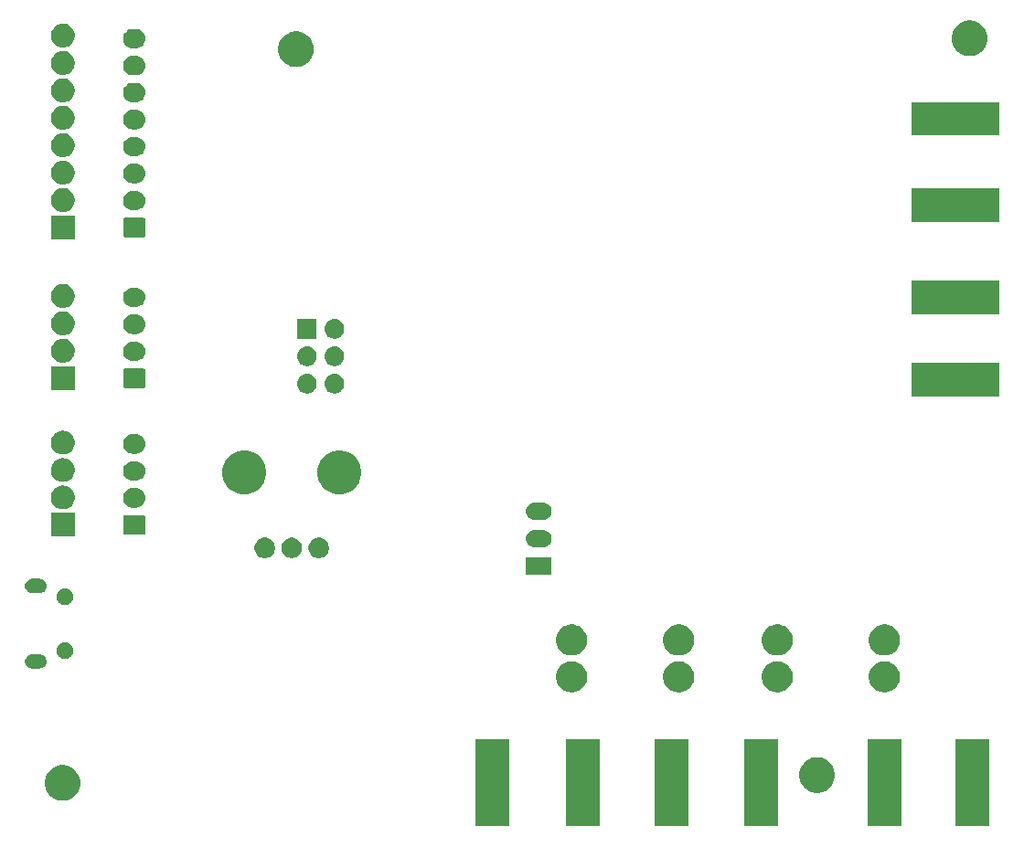
<source format=gbr>
G04 #@! TF.GenerationSoftware,KiCad,Pcbnew,(5.1.0)-1*
G04 #@! TF.CreationDate,2019-05-11T01:28:06-04:00*
G04 #@! TF.ProjectId,Bumblebee-dual-motor-driver,42756d62-6c65-4626-9565-2d6475616c2d,rev?*
G04 #@! TF.SameCoordinates,Original*
G04 #@! TF.FileFunction,Soldermask,Bot*
G04 #@! TF.FilePolarity,Negative*
%FSLAX46Y46*%
G04 Gerber Fmt 4.6, Leading zero omitted, Abs format (unit mm)*
G04 Created by KiCad (PCBNEW (5.1.0)-1) date 2019-05-11 01:28:06*
%MOMM*%
%LPD*%
G04 APERTURE LIST*
%ADD10C,0.100000*%
G04 APERTURE END LIST*
D10*
G36*
X169064000Y-153911000D02*
G01*
X165962000Y-153911000D01*
X165962000Y-145809000D01*
X169064000Y-145809000D01*
X169064000Y-153911000D01*
X169064000Y-153911000D01*
G37*
G36*
X141251000Y-153911000D02*
G01*
X138149000Y-153911000D01*
X138149000Y-145809000D01*
X141251000Y-145809000D01*
X141251000Y-153911000D01*
X141251000Y-153911000D01*
G37*
G36*
X149506000Y-153911000D02*
G01*
X146404000Y-153911000D01*
X146404000Y-145809000D01*
X149506000Y-145809000D01*
X149506000Y-153911000D01*
X149506000Y-153911000D01*
G37*
G36*
X124614000Y-153911000D02*
G01*
X121512000Y-153911000D01*
X121512000Y-145809000D01*
X124614000Y-145809000D01*
X124614000Y-153911000D01*
X124614000Y-153911000D01*
G37*
G36*
X160936000Y-153911000D02*
G01*
X157834000Y-153911000D01*
X157834000Y-145809000D01*
X160936000Y-145809000D01*
X160936000Y-153911000D01*
X160936000Y-153911000D01*
G37*
G36*
X132996000Y-153911000D02*
G01*
X129894000Y-153911000D01*
X129894000Y-145809000D01*
X132996000Y-145809000D01*
X132996000Y-153911000D01*
X132996000Y-153911000D01*
G37*
G36*
X83650256Y-148290298D02*
G01*
X83756579Y-148311447D01*
X84057042Y-148435903D01*
X84327451Y-148616585D01*
X84557415Y-148846549D01*
X84738097Y-149116958D01*
X84862553Y-149417421D01*
X84926000Y-149736391D01*
X84926000Y-150061609D01*
X84862553Y-150380579D01*
X84738097Y-150681042D01*
X84557415Y-150951451D01*
X84327451Y-151181415D01*
X84057042Y-151362097D01*
X83756579Y-151486553D01*
X83650256Y-151507702D01*
X83437611Y-151550000D01*
X83112389Y-151550000D01*
X82899744Y-151507702D01*
X82793421Y-151486553D01*
X82492958Y-151362097D01*
X82222549Y-151181415D01*
X81992585Y-150951451D01*
X81811903Y-150681042D01*
X81687447Y-150380579D01*
X81624000Y-150061609D01*
X81624000Y-149736391D01*
X81687447Y-149417421D01*
X81811903Y-149116958D01*
X81992585Y-148846549D01*
X82222549Y-148616585D01*
X82492958Y-148435903D01*
X82793421Y-148311447D01*
X82899744Y-148290298D01*
X83112389Y-148248000D01*
X83437611Y-148248000D01*
X83650256Y-148290298D01*
X83650256Y-148290298D01*
G37*
G36*
X153537256Y-147552798D02*
G01*
X153643579Y-147573947D01*
X153944042Y-147698403D01*
X154214451Y-147879085D01*
X154444415Y-148109049D01*
X154625097Y-148379458D01*
X154749553Y-148679921D01*
X154813000Y-148998891D01*
X154813000Y-149324109D01*
X154749553Y-149643079D01*
X154625097Y-149943542D01*
X154444415Y-150213951D01*
X154214451Y-150443915D01*
X153944042Y-150624597D01*
X153643579Y-150749053D01*
X153537256Y-150770202D01*
X153324611Y-150812500D01*
X152999389Y-150812500D01*
X152786744Y-150770202D01*
X152680421Y-150749053D01*
X152379958Y-150624597D01*
X152109549Y-150443915D01*
X151879585Y-150213951D01*
X151698903Y-149943542D01*
X151574447Y-149643079D01*
X151511000Y-149324109D01*
X151511000Y-148998891D01*
X151574447Y-148679921D01*
X151698903Y-148379458D01*
X151879585Y-148109049D01*
X152109549Y-147879085D01*
X152379958Y-147698403D01*
X152680421Y-147573947D01*
X152786744Y-147552798D01*
X152999389Y-147510500D01*
X153324611Y-147510500D01*
X153537256Y-147552798D01*
X153537256Y-147552798D01*
G37*
G36*
X149760125Y-138638688D02*
G01*
X149899324Y-138666377D01*
X150007949Y-138711371D01*
X150161568Y-138775002D01*
X150397583Y-138932702D01*
X150598298Y-139133417D01*
X150755998Y-139369432D01*
X150864623Y-139631677D01*
X150920000Y-139910073D01*
X150920000Y-140193927D01*
X150864623Y-140472323D01*
X150755998Y-140734568D01*
X150598298Y-140970583D01*
X150397583Y-141171298D01*
X150161568Y-141328998D01*
X150007949Y-141392629D01*
X149899324Y-141437623D01*
X149760125Y-141465311D01*
X149620927Y-141493000D01*
X149337073Y-141493000D01*
X149197875Y-141465311D01*
X149058676Y-141437623D01*
X148950051Y-141392629D01*
X148796432Y-141328998D01*
X148560417Y-141171298D01*
X148359702Y-140970583D01*
X148202002Y-140734568D01*
X148093377Y-140472323D01*
X148038000Y-140193927D01*
X148038000Y-139910073D01*
X148093377Y-139631677D01*
X148202002Y-139369432D01*
X148359702Y-139133417D01*
X148560417Y-138932702D01*
X148796432Y-138775002D01*
X148950051Y-138711371D01*
X149058676Y-138666377D01*
X149197875Y-138638688D01*
X149337073Y-138611000D01*
X149620927Y-138611000D01*
X149760125Y-138638688D01*
X149760125Y-138638688D01*
G37*
G36*
X140630125Y-138638688D02*
G01*
X140769324Y-138666377D01*
X140877949Y-138711371D01*
X141031568Y-138775002D01*
X141267583Y-138932702D01*
X141468298Y-139133417D01*
X141625998Y-139369432D01*
X141734623Y-139631677D01*
X141790000Y-139910073D01*
X141790000Y-140193927D01*
X141734623Y-140472323D01*
X141625998Y-140734568D01*
X141468298Y-140970583D01*
X141267583Y-141171298D01*
X141031568Y-141328998D01*
X140877949Y-141392629D01*
X140769324Y-141437623D01*
X140630125Y-141465311D01*
X140490927Y-141493000D01*
X140207073Y-141493000D01*
X140067875Y-141465311D01*
X139928676Y-141437623D01*
X139820051Y-141392629D01*
X139666432Y-141328998D01*
X139430417Y-141171298D01*
X139229702Y-140970583D01*
X139072002Y-140734568D01*
X138963377Y-140472323D01*
X138908000Y-140193927D01*
X138908000Y-139910073D01*
X138963377Y-139631677D01*
X139072002Y-139369432D01*
X139229702Y-139133417D01*
X139430417Y-138932702D01*
X139666432Y-138775002D01*
X139820051Y-138711371D01*
X139928676Y-138666377D01*
X140067875Y-138638688D01*
X140207073Y-138611000D01*
X140490927Y-138611000D01*
X140630125Y-138638688D01*
X140630125Y-138638688D01*
G37*
G36*
X159680125Y-138638688D02*
G01*
X159819324Y-138666377D01*
X159927949Y-138711371D01*
X160081568Y-138775002D01*
X160317583Y-138932702D01*
X160518298Y-139133417D01*
X160675998Y-139369432D01*
X160784623Y-139631677D01*
X160840000Y-139910073D01*
X160840000Y-140193927D01*
X160784623Y-140472323D01*
X160675998Y-140734568D01*
X160518298Y-140970583D01*
X160317583Y-141171298D01*
X160081568Y-141328998D01*
X159927949Y-141392629D01*
X159819324Y-141437623D01*
X159680125Y-141465311D01*
X159540927Y-141493000D01*
X159257073Y-141493000D01*
X159117875Y-141465311D01*
X158978676Y-141437623D01*
X158870051Y-141392629D01*
X158716432Y-141328998D01*
X158480417Y-141171298D01*
X158279702Y-140970583D01*
X158122002Y-140734568D01*
X158013377Y-140472323D01*
X157958000Y-140193927D01*
X157958000Y-139910073D01*
X158013377Y-139631677D01*
X158122002Y-139369432D01*
X158279702Y-139133417D01*
X158480417Y-138932702D01*
X158716432Y-138775002D01*
X158870051Y-138711371D01*
X158978676Y-138666377D01*
X159117875Y-138638688D01*
X159257073Y-138611000D01*
X159540927Y-138611000D01*
X159680125Y-138638688D01*
X159680125Y-138638688D01*
G37*
G36*
X130710125Y-138638688D02*
G01*
X130849324Y-138666377D01*
X130957949Y-138711371D01*
X131111568Y-138775002D01*
X131347583Y-138932702D01*
X131548298Y-139133417D01*
X131705998Y-139369432D01*
X131814623Y-139631677D01*
X131870000Y-139910073D01*
X131870000Y-140193927D01*
X131814623Y-140472323D01*
X131705998Y-140734568D01*
X131548298Y-140970583D01*
X131347583Y-141171298D01*
X131111568Y-141328998D01*
X130957949Y-141392629D01*
X130849324Y-141437623D01*
X130710125Y-141465311D01*
X130570927Y-141493000D01*
X130287073Y-141493000D01*
X130147875Y-141465311D01*
X130008676Y-141437623D01*
X129900051Y-141392629D01*
X129746432Y-141328998D01*
X129510417Y-141171298D01*
X129309702Y-140970583D01*
X129152002Y-140734568D01*
X129043377Y-140472323D01*
X128988000Y-140193927D01*
X128988000Y-139910073D01*
X129043377Y-139631677D01*
X129152002Y-139369432D01*
X129309702Y-139133417D01*
X129510417Y-138932702D01*
X129746432Y-138775002D01*
X129900051Y-138711371D01*
X130008676Y-138666377D01*
X130147875Y-138638688D01*
X130287073Y-138611000D01*
X130570927Y-138611000D01*
X130710125Y-138638688D01*
X130710125Y-138638688D01*
G37*
G36*
X81218355Y-137980140D02*
G01*
X81282118Y-137986420D01*
X81372904Y-138013960D01*
X81404836Y-138023646D01*
X81517925Y-138084094D01*
X81617054Y-138165446D01*
X81698406Y-138264575D01*
X81758854Y-138377664D01*
X81758855Y-138377668D01*
X81796080Y-138500382D01*
X81808649Y-138628000D01*
X81796080Y-138755618D01*
X81768540Y-138846404D01*
X81758854Y-138878336D01*
X81698406Y-138991425D01*
X81617054Y-139090554D01*
X81517925Y-139171906D01*
X81404836Y-139232354D01*
X81372904Y-139242040D01*
X81282118Y-139269580D01*
X81218355Y-139275860D01*
X81186474Y-139279000D01*
X80422526Y-139279000D01*
X80390645Y-139275860D01*
X80326882Y-139269580D01*
X80236096Y-139242040D01*
X80204164Y-139232354D01*
X80091075Y-139171906D01*
X79991946Y-139090554D01*
X79910594Y-138991425D01*
X79850146Y-138878336D01*
X79840460Y-138846404D01*
X79812920Y-138755618D01*
X79800351Y-138628000D01*
X79812920Y-138500382D01*
X79850145Y-138377668D01*
X79850146Y-138377664D01*
X79910594Y-138264575D01*
X79991946Y-138165446D01*
X80091075Y-138084094D01*
X80204164Y-138023646D01*
X80236096Y-138013960D01*
X80326882Y-137986420D01*
X80390645Y-137980140D01*
X80422526Y-137977000D01*
X81186474Y-137977000D01*
X81218355Y-137980140D01*
X81218355Y-137980140D01*
G37*
G36*
X83730848Y-136881820D02*
G01*
X83730850Y-136881821D01*
X83730851Y-136881821D01*
X83872074Y-136940317D01*
X83872077Y-136940319D01*
X83999169Y-137025239D01*
X84107261Y-137133331D01*
X84192181Y-137260423D01*
X84192183Y-137260426D01*
X84250679Y-137401649D01*
X84250680Y-137401652D01*
X84280500Y-137551569D01*
X84280500Y-137704431D01*
X84267200Y-137771297D01*
X84250679Y-137854351D01*
X84192183Y-137995574D01*
X84192181Y-137995577D01*
X84107261Y-138122669D01*
X83999169Y-138230761D01*
X83872077Y-138315681D01*
X83872074Y-138315683D01*
X83730851Y-138374179D01*
X83730850Y-138374179D01*
X83730848Y-138374180D01*
X83580931Y-138404000D01*
X83428069Y-138404000D01*
X83278152Y-138374180D01*
X83278150Y-138374179D01*
X83278149Y-138374179D01*
X83136926Y-138315683D01*
X83136923Y-138315681D01*
X83009831Y-138230761D01*
X82901739Y-138122669D01*
X82816819Y-137995577D01*
X82816817Y-137995574D01*
X82758321Y-137854351D01*
X82741801Y-137771297D01*
X82728500Y-137704431D01*
X82728500Y-137551569D01*
X82758320Y-137401652D01*
X82758321Y-137401649D01*
X82816817Y-137260426D01*
X82816819Y-137260423D01*
X82901739Y-137133331D01*
X83009831Y-137025239D01*
X83136923Y-136940319D01*
X83136926Y-136940317D01*
X83278149Y-136881821D01*
X83278150Y-136881821D01*
X83278152Y-136881820D01*
X83428069Y-136852000D01*
X83580931Y-136852000D01*
X83730848Y-136881820D01*
X83730848Y-136881820D01*
G37*
G36*
X140630125Y-135238689D02*
G01*
X140769324Y-135266377D01*
X140877949Y-135311371D01*
X141031568Y-135375002D01*
X141267583Y-135532702D01*
X141468298Y-135733417D01*
X141625998Y-135969432D01*
X141734623Y-136231677D01*
X141790000Y-136510073D01*
X141790000Y-136793927D01*
X141734623Y-137072323D01*
X141625998Y-137334568D01*
X141468298Y-137570583D01*
X141267583Y-137771298D01*
X141031568Y-137928998D01*
X140915680Y-137977000D01*
X140769324Y-138037623D01*
X140630125Y-138065312D01*
X140490927Y-138093000D01*
X140207073Y-138093000D01*
X140067875Y-138065312D01*
X139928676Y-138037623D01*
X139782320Y-137977000D01*
X139666432Y-137928998D01*
X139430417Y-137771298D01*
X139229702Y-137570583D01*
X139072002Y-137334568D01*
X138963377Y-137072323D01*
X138908000Y-136793927D01*
X138908000Y-136510073D01*
X138963377Y-136231677D01*
X139072002Y-135969432D01*
X139229702Y-135733417D01*
X139430417Y-135532702D01*
X139666432Y-135375002D01*
X139820051Y-135311371D01*
X139928676Y-135266377D01*
X140067875Y-135238689D01*
X140207073Y-135211000D01*
X140490927Y-135211000D01*
X140630125Y-135238689D01*
X140630125Y-135238689D01*
G37*
G36*
X159680125Y-135238689D02*
G01*
X159819324Y-135266377D01*
X159927949Y-135311371D01*
X160081568Y-135375002D01*
X160317583Y-135532702D01*
X160518298Y-135733417D01*
X160675998Y-135969432D01*
X160784623Y-136231677D01*
X160840000Y-136510073D01*
X160840000Y-136793927D01*
X160784623Y-137072323D01*
X160675998Y-137334568D01*
X160518298Y-137570583D01*
X160317583Y-137771298D01*
X160081568Y-137928998D01*
X159965680Y-137977000D01*
X159819324Y-138037623D01*
X159680125Y-138065312D01*
X159540927Y-138093000D01*
X159257073Y-138093000D01*
X159117875Y-138065312D01*
X158978676Y-138037623D01*
X158832320Y-137977000D01*
X158716432Y-137928998D01*
X158480417Y-137771298D01*
X158279702Y-137570583D01*
X158122002Y-137334568D01*
X158013377Y-137072323D01*
X157958000Y-136793927D01*
X157958000Y-136510073D01*
X158013377Y-136231677D01*
X158122002Y-135969432D01*
X158279702Y-135733417D01*
X158480417Y-135532702D01*
X158716432Y-135375002D01*
X158870051Y-135311371D01*
X158978676Y-135266377D01*
X159117875Y-135238689D01*
X159257073Y-135211000D01*
X159540927Y-135211000D01*
X159680125Y-135238689D01*
X159680125Y-135238689D01*
G37*
G36*
X149760125Y-135238689D02*
G01*
X149899324Y-135266377D01*
X150007949Y-135311371D01*
X150161568Y-135375002D01*
X150397583Y-135532702D01*
X150598298Y-135733417D01*
X150755998Y-135969432D01*
X150864623Y-136231677D01*
X150920000Y-136510073D01*
X150920000Y-136793927D01*
X150864623Y-137072323D01*
X150755998Y-137334568D01*
X150598298Y-137570583D01*
X150397583Y-137771298D01*
X150161568Y-137928998D01*
X150045680Y-137977000D01*
X149899324Y-138037623D01*
X149760125Y-138065312D01*
X149620927Y-138093000D01*
X149337073Y-138093000D01*
X149197875Y-138065312D01*
X149058676Y-138037623D01*
X148912320Y-137977000D01*
X148796432Y-137928998D01*
X148560417Y-137771298D01*
X148359702Y-137570583D01*
X148202002Y-137334568D01*
X148093377Y-137072323D01*
X148038000Y-136793927D01*
X148038000Y-136510073D01*
X148093377Y-136231677D01*
X148202002Y-135969432D01*
X148359702Y-135733417D01*
X148560417Y-135532702D01*
X148796432Y-135375002D01*
X148950051Y-135311371D01*
X149058676Y-135266377D01*
X149197875Y-135238689D01*
X149337073Y-135211000D01*
X149620927Y-135211000D01*
X149760125Y-135238689D01*
X149760125Y-135238689D01*
G37*
G36*
X130710125Y-135238689D02*
G01*
X130849324Y-135266377D01*
X130957949Y-135311371D01*
X131111568Y-135375002D01*
X131347583Y-135532702D01*
X131548298Y-135733417D01*
X131705998Y-135969432D01*
X131814623Y-136231677D01*
X131870000Y-136510073D01*
X131870000Y-136793927D01*
X131814623Y-137072323D01*
X131705998Y-137334568D01*
X131548298Y-137570583D01*
X131347583Y-137771298D01*
X131111568Y-137928998D01*
X130995680Y-137977000D01*
X130849324Y-138037623D01*
X130710125Y-138065312D01*
X130570927Y-138093000D01*
X130287073Y-138093000D01*
X130147875Y-138065312D01*
X130008676Y-138037623D01*
X129862320Y-137977000D01*
X129746432Y-137928998D01*
X129510417Y-137771298D01*
X129309702Y-137570583D01*
X129152002Y-137334568D01*
X129043377Y-137072323D01*
X128988000Y-136793927D01*
X128988000Y-136510073D01*
X129043377Y-136231677D01*
X129152002Y-135969432D01*
X129309702Y-135733417D01*
X129510417Y-135532702D01*
X129746432Y-135375002D01*
X129900051Y-135311371D01*
X130008676Y-135266377D01*
X130147875Y-135238689D01*
X130287073Y-135211000D01*
X130570927Y-135211000D01*
X130710125Y-135238689D01*
X130710125Y-135238689D01*
G37*
G36*
X83730848Y-131881820D02*
G01*
X83730850Y-131881821D01*
X83730851Y-131881821D01*
X83872074Y-131940317D01*
X83872077Y-131940319D01*
X83999169Y-132025239D01*
X84107261Y-132133331D01*
X84192181Y-132260423D01*
X84192183Y-132260426D01*
X84250679Y-132401649D01*
X84280500Y-132551571D01*
X84280500Y-132704429D01*
X84250679Y-132854351D01*
X84192183Y-132995574D01*
X84192181Y-132995577D01*
X84107261Y-133122669D01*
X83999169Y-133230761D01*
X83872077Y-133315681D01*
X83872074Y-133315683D01*
X83730851Y-133374179D01*
X83730850Y-133374179D01*
X83730848Y-133374180D01*
X83580931Y-133404000D01*
X83428069Y-133404000D01*
X83278152Y-133374180D01*
X83278150Y-133374179D01*
X83278149Y-133374179D01*
X83136926Y-133315683D01*
X83136923Y-133315681D01*
X83009831Y-133230761D01*
X82901739Y-133122669D01*
X82816819Y-132995577D01*
X82816817Y-132995574D01*
X82758321Y-132854351D01*
X82728500Y-132704429D01*
X82728500Y-132551571D01*
X82758321Y-132401649D01*
X82816817Y-132260426D01*
X82816819Y-132260423D01*
X82901739Y-132133331D01*
X83009831Y-132025239D01*
X83136923Y-131940319D01*
X83136926Y-131940317D01*
X83278149Y-131881821D01*
X83278150Y-131881821D01*
X83278152Y-131881820D01*
X83428069Y-131852000D01*
X83580931Y-131852000D01*
X83730848Y-131881820D01*
X83730848Y-131881820D01*
G37*
G36*
X81218355Y-130980140D02*
G01*
X81282118Y-130986420D01*
X81372904Y-131013960D01*
X81404836Y-131023646D01*
X81517925Y-131084094D01*
X81617054Y-131165446D01*
X81698406Y-131264575D01*
X81758854Y-131377664D01*
X81758855Y-131377668D01*
X81796080Y-131500382D01*
X81808649Y-131628000D01*
X81796080Y-131755618D01*
X81768540Y-131846404D01*
X81758854Y-131878336D01*
X81698406Y-131991425D01*
X81617054Y-132090554D01*
X81517925Y-132171906D01*
X81404836Y-132232354D01*
X81372904Y-132242040D01*
X81282118Y-132269580D01*
X81218355Y-132275860D01*
X81186474Y-132279000D01*
X80422526Y-132279000D01*
X80390645Y-132275860D01*
X80326882Y-132269580D01*
X80236096Y-132242040D01*
X80204164Y-132232354D01*
X80091075Y-132171906D01*
X79991946Y-132090554D01*
X79910594Y-131991425D01*
X79850146Y-131878336D01*
X79840460Y-131846404D01*
X79812920Y-131755618D01*
X79800351Y-131628000D01*
X79812920Y-131500382D01*
X79850145Y-131377668D01*
X79850146Y-131377664D01*
X79910594Y-131264575D01*
X79991946Y-131165446D01*
X80091075Y-131084094D01*
X80204164Y-131023646D01*
X80236096Y-131013960D01*
X80326882Y-130986420D01*
X80390645Y-130980140D01*
X80422526Y-130977000D01*
X81186474Y-130977000D01*
X81218355Y-130980140D01*
X81218355Y-130980140D01*
G37*
G36*
X128582000Y-130595000D02*
G01*
X126180000Y-130595000D01*
X126180000Y-128993000D01*
X128582000Y-128993000D01*
X128582000Y-130595000D01*
X128582000Y-130595000D01*
G37*
G36*
X107287595Y-127203146D02*
G01*
X107460666Y-127274834D01*
X107460667Y-127274835D01*
X107616427Y-127378910D01*
X107748890Y-127511373D01*
X107748891Y-127511375D01*
X107852966Y-127667134D01*
X107924654Y-127840205D01*
X107961200Y-128023933D01*
X107961200Y-128211267D01*
X107924654Y-128394995D01*
X107852966Y-128568066D01*
X107852965Y-128568067D01*
X107748890Y-128723827D01*
X107616427Y-128856290D01*
X107538018Y-128908681D01*
X107460666Y-128960366D01*
X107287595Y-129032054D01*
X107103867Y-129068600D01*
X106916533Y-129068600D01*
X106732805Y-129032054D01*
X106559734Y-128960366D01*
X106482382Y-128908681D01*
X106403973Y-128856290D01*
X106271510Y-128723827D01*
X106167435Y-128568067D01*
X106167434Y-128568066D01*
X106095746Y-128394995D01*
X106059200Y-128211267D01*
X106059200Y-128023933D01*
X106095746Y-127840205D01*
X106167434Y-127667134D01*
X106271509Y-127511375D01*
X106271510Y-127511373D01*
X106403973Y-127378910D01*
X106559733Y-127274835D01*
X106559734Y-127274834D01*
X106732805Y-127203146D01*
X106916533Y-127166600D01*
X107103867Y-127166600D01*
X107287595Y-127203146D01*
X107287595Y-127203146D01*
G37*
G36*
X104787595Y-127203146D02*
G01*
X104960666Y-127274834D01*
X104960667Y-127274835D01*
X105116427Y-127378910D01*
X105248890Y-127511373D01*
X105248891Y-127511375D01*
X105352966Y-127667134D01*
X105424654Y-127840205D01*
X105461200Y-128023933D01*
X105461200Y-128211267D01*
X105424654Y-128394995D01*
X105352966Y-128568066D01*
X105352965Y-128568067D01*
X105248890Y-128723827D01*
X105116427Y-128856290D01*
X105038018Y-128908681D01*
X104960666Y-128960366D01*
X104787595Y-129032054D01*
X104603867Y-129068600D01*
X104416533Y-129068600D01*
X104232805Y-129032054D01*
X104059734Y-128960366D01*
X103982382Y-128908681D01*
X103903973Y-128856290D01*
X103771510Y-128723827D01*
X103667435Y-128568067D01*
X103667434Y-128568066D01*
X103595746Y-128394995D01*
X103559200Y-128211267D01*
X103559200Y-128023933D01*
X103595746Y-127840205D01*
X103667434Y-127667134D01*
X103771509Y-127511375D01*
X103771510Y-127511373D01*
X103903973Y-127378910D01*
X104059733Y-127274835D01*
X104059734Y-127274834D01*
X104232805Y-127203146D01*
X104416533Y-127166600D01*
X104603867Y-127166600D01*
X104787595Y-127203146D01*
X104787595Y-127203146D01*
G37*
G36*
X102287595Y-127203146D02*
G01*
X102460666Y-127274834D01*
X102460667Y-127274835D01*
X102616427Y-127378910D01*
X102748890Y-127511373D01*
X102748891Y-127511375D01*
X102852966Y-127667134D01*
X102924654Y-127840205D01*
X102961200Y-128023933D01*
X102961200Y-128211267D01*
X102924654Y-128394995D01*
X102852966Y-128568066D01*
X102852965Y-128568067D01*
X102748890Y-128723827D01*
X102616427Y-128856290D01*
X102538018Y-128908681D01*
X102460666Y-128960366D01*
X102287595Y-129032054D01*
X102103867Y-129068600D01*
X101916533Y-129068600D01*
X101732805Y-129032054D01*
X101559734Y-128960366D01*
X101482382Y-128908681D01*
X101403973Y-128856290D01*
X101271510Y-128723827D01*
X101167435Y-128568067D01*
X101167434Y-128568066D01*
X101095746Y-128394995D01*
X101059200Y-128211267D01*
X101059200Y-128023933D01*
X101095746Y-127840205D01*
X101167434Y-127667134D01*
X101271509Y-127511375D01*
X101271510Y-127511373D01*
X101403973Y-127378910D01*
X101559733Y-127274835D01*
X101559734Y-127274834D01*
X101732805Y-127203146D01*
X101916533Y-127166600D01*
X102103867Y-127166600D01*
X102287595Y-127203146D01*
X102287595Y-127203146D01*
G37*
G36*
X127859571Y-126456863D02*
G01*
X127938023Y-126464590D01*
X128038682Y-126495125D01*
X128089013Y-126510392D01*
X128228165Y-126584771D01*
X128350133Y-126684867D01*
X128450229Y-126806835D01*
X128524608Y-126945987D01*
X128524608Y-126945988D01*
X128570410Y-127096977D01*
X128585875Y-127254000D01*
X128570410Y-127411023D01*
X128539969Y-127511373D01*
X128524608Y-127562013D01*
X128450229Y-127701165D01*
X128350133Y-127823133D01*
X128228165Y-127923229D01*
X128089013Y-127997608D01*
X128038682Y-128012875D01*
X127938023Y-128043410D01*
X127859571Y-128051137D01*
X127820346Y-128055000D01*
X126941654Y-128055000D01*
X126902429Y-128051137D01*
X126823977Y-128043410D01*
X126723318Y-128012875D01*
X126672987Y-127997608D01*
X126533835Y-127923229D01*
X126411867Y-127823133D01*
X126311771Y-127701165D01*
X126237392Y-127562013D01*
X126222031Y-127511373D01*
X126191590Y-127411023D01*
X126176125Y-127254000D01*
X126191590Y-127096977D01*
X126237392Y-126945988D01*
X126237392Y-126945987D01*
X126311771Y-126806835D01*
X126411867Y-126684867D01*
X126533835Y-126584771D01*
X126672987Y-126510392D01*
X126723318Y-126495125D01*
X126823977Y-126464590D01*
X126902429Y-126456863D01*
X126941654Y-126453000D01*
X127820346Y-126453000D01*
X127859571Y-126456863D01*
X127859571Y-126456863D01*
G37*
G36*
X84413000Y-127085000D02*
G01*
X82211000Y-127085000D01*
X82211000Y-124883000D01*
X84413000Y-124883000D01*
X84413000Y-127085000D01*
X84413000Y-127085000D01*
G37*
G36*
X90799600Y-125086989D02*
G01*
X90832652Y-125097015D01*
X90863103Y-125113292D01*
X90889799Y-125135201D01*
X90911708Y-125161897D01*
X90927985Y-125192348D01*
X90938011Y-125225400D01*
X90942000Y-125265903D01*
X90942000Y-126702097D01*
X90938011Y-126742600D01*
X90927985Y-126775652D01*
X90911708Y-126806103D01*
X90889799Y-126832799D01*
X90863103Y-126854708D01*
X90832652Y-126870985D01*
X90799600Y-126881011D01*
X90759097Y-126885000D01*
X89072903Y-126885000D01*
X89032400Y-126881011D01*
X88999348Y-126870985D01*
X88968897Y-126854708D01*
X88942201Y-126832799D01*
X88920292Y-126806103D01*
X88904015Y-126775652D01*
X88893989Y-126742600D01*
X88890000Y-126702097D01*
X88890000Y-125265903D01*
X88893989Y-125225400D01*
X88904015Y-125192348D01*
X88920292Y-125161897D01*
X88942201Y-125135201D01*
X88968897Y-125113292D01*
X88999348Y-125097015D01*
X89032400Y-125086989D01*
X89072903Y-125083000D01*
X90759097Y-125083000D01*
X90799600Y-125086989D01*
X90799600Y-125086989D01*
G37*
G36*
X127859571Y-123916863D02*
G01*
X127938023Y-123924590D01*
X128038682Y-123955125D01*
X128089013Y-123970392D01*
X128228165Y-124044771D01*
X128350133Y-124144867D01*
X128450229Y-124266835D01*
X128524608Y-124405987D01*
X128539875Y-124456318D01*
X128570410Y-124556977D01*
X128585875Y-124714000D01*
X128570410Y-124871023D01*
X128539875Y-124971682D01*
X128524608Y-125022013D01*
X128450229Y-125161165D01*
X128350133Y-125283133D01*
X128228165Y-125383229D01*
X128089013Y-125457608D01*
X128038682Y-125472875D01*
X127938023Y-125503410D01*
X127859571Y-125511137D01*
X127820346Y-125515000D01*
X126941654Y-125515000D01*
X126902429Y-125511137D01*
X126823977Y-125503410D01*
X126723318Y-125472875D01*
X126672987Y-125457608D01*
X126533835Y-125383229D01*
X126411867Y-125283133D01*
X126311771Y-125161165D01*
X126237392Y-125022013D01*
X126222125Y-124971682D01*
X126191590Y-124871023D01*
X126176125Y-124714000D01*
X126191590Y-124556977D01*
X126222125Y-124456318D01*
X126237392Y-124405987D01*
X126311771Y-124266835D01*
X126411867Y-124144867D01*
X126533835Y-124044771D01*
X126672987Y-123970392D01*
X126723318Y-123955125D01*
X126823977Y-123924590D01*
X126902429Y-123916863D01*
X126941654Y-123913000D01*
X127820346Y-123913000D01*
X127859571Y-123916863D01*
X127859571Y-123916863D01*
G37*
G36*
X83526795Y-122364156D02*
G01*
X83633150Y-122385311D01*
X83729054Y-122425036D01*
X83833520Y-122468307D01*
X84013844Y-122588795D01*
X84167205Y-122742156D01*
X84287693Y-122922480D01*
X84292951Y-122935174D01*
X84356992Y-123089782D01*
X84370689Y-123122851D01*
X84413000Y-123335560D01*
X84413000Y-123552440D01*
X84370689Y-123765149D01*
X84287693Y-123965520D01*
X84167205Y-124145844D01*
X84013844Y-124299205D01*
X83833520Y-124419693D01*
X83633150Y-124502689D01*
X83526795Y-124523844D01*
X83420440Y-124545000D01*
X83203560Y-124545000D01*
X83097205Y-124523844D01*
X82990850Y-124502689D01*
X82790480Y-124419693D01*
X82610156Y-124299205D01*
X82456795Y-124145844D01*
X82336307Y-123965520D01*
X82253311Y-123765149D01*
X82211000Y-123552440D01*
X82211000Y-123335560D01*
X82253311Y-123122851D01*
X82267009Y-123089782D01*
X82331049Y-122935174D01*
X82336307Y-122922480D01*
X82456795Y-122742156D01*
X82610156Y-122588795D01*
X82790480Y-122468307D01*
X82894946Y-122425036D01*
X82990850Y-122385311D01*
X83097205Y-122364156D01*
X83203560Y-122343000D01*
X83420440Y-122343000D01*
X83526795Y-122364156D01*
X83526795Y-122364156D01*
G37*
G36*
X90144097Y-122588795D02*
G01*
X90217627Y-122596037D01*
X90387466Y-122647557D01*
X90543991Y-122731222D01*
X90557314Y-122742156D01*
X90681186Y-122843814D01*
X90745745Y-122922481D01*
X90793778Y-122981009D01*
X90877443Y-123137534D01*
X90928963Y-123307373D01*
X90946359Y-123484000D01*
X90928963Y-123660627D01*
X90877443Y-123830466D01*
X90793778Y-123986991D01*
X90764448Y-124022729D01*
X90681186Y-124124186D01*
X90579729Y-124207448D01*
X90543991Y-124236778D01*
X90387466Y-124320443D01*
X90217627Y-124371963D01*
X90151443Y-124378481D01*
X90085260Y-124385000D01*
X89746740Y-124385000D01*
X89680557Y-124378481D01*
X89614373Y-124371963D01*
X89444534Y-124320443D01*
X89288009Y-124236778D01*
X89252271Y-124207448D01*
X89150814Y-124124186D01*
X89067552Y-124022729D01*
X89038222Y-123986991D01*
X88954557Y-123830466D01*
X88903037Y-123660627D01*
X88885641Y-123484000D01*
X88903037Y-123307373D01*
X88954557Y-123137534D01*
X89038222Y-122981009D01*
X89086255Y-122922481D01*
X89150814Y-122843814D01*
X89274686Y-122742156D01*
X89288009Y-122731222D01*
X89444534Y-122647557D01*
X89614373Y-122596037D01*
X89687903Y-122588795D01*
X89746740Y-122583000D01*
X90085260Y-122583000D01*
X90144097Y-122588795D01*
X90144097Y-122588795D01*
G37*
G36*
X109508454Y-119145418D02*
G01*
X109881711Y-119300026D01*
X109881713Y-119300027D01*
X110217636Y-119524484D01*
X110503316Y-119810164D01*
X110694331Y-120096037D01*
X110727774Y-120146089D01*
X110882382Y-120519346D01*
X110961200Y-120915593D01*
X110961200Y-121319607D01*
X110882382Y-121715854D01*
X110762614Y-122005000D01*
X110727773Y-122089113D01*
X110503316Y-122425036D01*
X110217636Y-122710716D01*
X109881713Y-122935173D01*
X109881712Y-122935174D01*
X109881711Y-122935174D01*
X109508454Y-123089782D01*
X109112207Y-123168600D01*
X108708193Y-123168600D01*
X108311946Y-123089782D01*
X107938689Y-122935174D01*
X107938688Y-122935174D01*
X107938687Y-122935173D01*
X107602764Y-122710716D01*
X107317084Y-122425036D01*
X107092627Y-122089113D01*
X107057786Y-122005000D01*
X106938018Y-121715854D01*
X106859200Y-121319607D01*
X106859200Y-120915593D01*
X106938018Y-120519346D01*
X107092626Y-120146089D01*
X107126070Y-120096037D01*
X107317084Y-119810164D01*
X107602764Y-119524484D01*
X107938687Y-119300027D01*
X107938689Y-119300026D01*
X108311946Y-119145418D01*
X108708193Y-119066600D01*
X109112207Y-119066600D01*
X109508454Y-119145418D01*
X109508454Y-119145418D01*
G37*
G36*
X100708454Y-119145418D02*
G01*
X101081711Y-119300026D01*
X101081713Y-119300027D01*
X101417636Y-119524484D01*
X101703316Y-119810164D01*
X101894331Y-120096037D01*
X101927774Y-120146089D01*
X102082382Y-120519346D01*
X102161200Y-120915593D01*
X102161200Y-121319607D01*
X102082382Y-121715854D01*
X101962614Y-122005000D01*
X101927773Y-122089113D01*
X101703316Y-122425036D01*
X101417636Y-122710716D01*
X101081713Y-122935173D01*
X101081712Y-122935174D01*
X101081711Y-122935174D01*
X100708454Y-123089782D01*
X100312207Y-123168600D01*
X99908193Y-123168600D01*
X99511946Y-123089782D01*
X99138689Y-122935174D01*
X99138688Y-122935174D01*
X99138687Y-122935173D01*
X98802764Y-122710716D01*
X98517084Y-122425036D01*
X98292627Y-122089113D01*
X98257786Y-122005000D01*
X98138018Y-121715854D01*
X98059200Y-121319607D01*
X98059200Y-120915593D01*
X98138018Y-120519346D01*
X98292626Y-120146089D01*
X98326070Y-120096037D01*
X98517084Y-119810164D01*
X98802764Y-119524484D01*
X99138687Y-119300027D01*
X99138689Y-119300026D01*
X99511946Y-119145418D01*
X99908193Y-119066600D01*
X100312207Y-119066600D01*
X100708454Y-119145418D01*
X100708454Y-119145418D01*
G37*
G36*
X83456455Y-119810164D02*
G01*
X83633150Y-119845311D01*
X83833520Y-119928307D01*
X84013844Y-120048795D01*
X84167205Y-120202156D01*
X84287693Y-120382480D01*
X84287693Y-120382481D01*
X84344385Y-120519346D01*
X84370689Y-120582851D01*
X84413000Y-120795560D01*
X84413000Y-121012440D01*
X84370689Y-121225149D01*
X84287693Y-121425520D01*
X84167205Y-121605844D01*
X84013844Y-121759205D01*
X83833520Y-121879693D01*
X83733334Y-121921191D01*
X83633150Y-121962689D01*
X83526795Y-121983844D01*
X83420440Y-122005000D01*
X83203560Y-122005000D01*
X83097205Y-121983844D01*
X82990850Y-121962689D01*
X82890666Y-121921191D01*
X82790480Y-121879693D01*
X82610156Y-121759205D01*
X82456795Y-121605844D01*
X82336307Y-121425520D01*
X82253311Y-121225149D01*
X82211000Y-121012440D01*
X82211000Y-120795560D01*
X82253311Y-120582851D01*
X82279616Y-120519346D01*
X82336307Y-120382481D01*
X82336307Y-120382480D01*
X82456795Y-120202156D01*
X82610156Y-120048795D01*
X82790480Y-119928307D01*
X82990850Y-119845311D01*
X83167545Y-119810164D01*
X83203560Y-119803000D01*
X83420440Y-119803000D01*
X83456455Y-119810164D01*
X83456455Y-119810164D01*
G37*
G36*
X90151443Y-120089519D02*
G01*
X90217627Y-120096037D01*
X90387466Y-120147557D01*
X90543991Y-120231222D01*
X90579729Y-120260552D01*
X90681186Y-120343814D01*
X90764448Y-120445271D01*
X90793778Y-120481009D01*
X90877443Y-120637534D01*
X90928963Y-120807373D01*
X90946359Y-120984000D01*
X90928963Y-121160627D01*
X90877443Y-121330466D01*
X90793778Y-121486991D01*
X90764448Y-121522729D01*
X90681186Y-121624186D01*
X90579729Y-121707448D01*
X90543991Y-121736778D01*
X90387466Y-121820443D01*
X90217627Y-121871963D01*
X90151443Y-121878481D01*
X90085260Y-121885000D01*
X89746740Y-121885000D01*
X89680557Y-121878481D01*
X89614373Y-121871963D01*
X89444534Y-121820443D01*
X89288009Y-121736778D01*
X89252271Y-121707448D01*
X89150814Y-121624186D01*
X89067552Y-121522729D01*
X89038222Y-121486991D01*
X88954557Y-121330466D01*
X88903037Y-121160627D01*
X88885641Y-120984000D01*
X88903037Y-120807373D01*
X88954557Y-120637534D01*
X89038222Y-120481009D01*
X89067552Y-120445271D01*
X89150814Y-120343814D01*
X89252271Y-120260552D01*
X89288009Y-120231222D01*
X89444534Y-120147557D01*
X89614373Y-120096037D01*
X89680557Y-120089519D01*
X89746740Y-120083000D01*
X90085260Y-120083000D01*
X90151443Y-120089519D01*
X90151443Y-120089519D01*
G37*
G36*
X83526795Y-117284156D02*
G01*
X83633150Y-117305311D01*
X83833520Y-117388307D01*
X84013844Y-117508795D01*
X84167205Y-117662156D01*
X84287693Y-117842480D01*
X84370689Y-118042851D01*
X84413000Y-118255560D01*
X84413000Y-118472440D01*
X84370689Y-118685149D01*
X84287693Y-118885520D01*
X84167205Y-119065844D01*
X84013844Y-119219205D01*
X83833520Y-119339693D01*
X83755613Y-119371963D01*
X83633150Y-119422689D01*
X83526794Y-119443845D01*
X83420440Y-119465000D01*
X83203560Y-119465000D01*
X83097206Y-119443845D01*
X82990850Y-119422689D01*
X82868387Y-119371963D01*
X82790480Y-119339693D01*
X82610156Y-119219205D01*
X82456795Y-119065844D01*
X82336307Y-118885520D01*
X82253311Y-118685149D01*
X82211000Y-118472440D01*
X82211000Y-118255560D01*
X82253311Y-118042851D01*
X82336307Y-117842480D01*
X82456795Y-117662156D01*
X82610156Y-117508795D01*
X82790480Y-117388307D01*
X82990850Y-117305311D01*
X83097205Y-117284156D01*
X83203560Y-117263000D01*
X83420440Y-117263000D01*
X83526795Y-117284156D01*
X83526795Y-117284156D01*
G37*
G36*
X90151442Y-117589518D02*
G01*
X90217627Y-117596037D01*
X90387466Y-117647557D01*
X90543991Y-117731222D01*
X90579729Y-117760552D01*
X90681186Y-117843814D01*
X90764448Y-117945271D01*
X90793778Y-117981009D01*
X90877443Y-118137534D01*
X90928963Y-118307373D01*
X90946359Y-118484000D01*
X90928963Y-118660627D01*
X90877443Y-118830466D01*
X90793778Y-118986991D01*
X90764448Y-119022729D01*
X90681186Y-119124186D01*
X90579729Y-119207448D01*
X90543991Y-119236778D01*
X90387466Y-119320443D01*
X90217627Y-119371963D01*
X90151442Y-119378482D01*
X90085260Y-119385000D01*
X89746740Y-119385000D01*
X89680558Y-119378482D01*
X89614373Y-119371963D01*
X89444534Y-119320443D01*
X89288009Y-119236778D01*
X89252271Y-119207448D01*
X89150814Y-119124186D01*
X89067552Y-119022729D01*
X89038222Y-118986991D01*
X88954557Y-118830466D01*
X88903037Y-118660627D01*
X88885641Y-118484000D01*
X88903037Y-118307373D01*
X88954557Y-118137534D01*
X89038222Y-117981009D01*
X89067552Y-117945271D01*
X89150814Y-117843814D01*
X89252271Y-117760552D01*
X89288009Y-117731222D01*
X89444534Y-117647557D01*
X89614373Y-117596037D01*
X89680558Y-117589518D01*
X89746740Y-117583000D01*
X90085260Y-117583000D01*
X90151442Y-117589518D01*
X90151442Y-117589518D01*
G37*
G36*
X170040000Y-114073000D02*
G01*
X161938000Y-114073000D01*
X161938000Y-110971000D01*
X170040000Y-110971000D01*
X170040000Y-114073000D01*
X170040000Y-114073000D01*
G37*
G36*
X106028442Y-112008518D02*
G01*
X106094627Y-112015037D01*
X106264466Y-112066557D01*
X106420991Y-112150222D01*
X106456729Y-112179552D01*
X106558186Y-112262814D01*
X106641448Y-112364271D01*
X106670778Y-112400009D01*
X106754443Y-112556534D01*
X106805963Y-112726373D01*
X106823359Y-112903000D01*
X106805963Y-113079627D01*
X106754443Y-113249466D01*
X106670778Y-113405991D01*
X106645778Y-113436453D01*
X106558186Y-113543186D01*
X106456729Y-113626448D01*
X106420991Y-113655778D01*
X106264466Y-113739443D01*
X106094627Y-113790963D01*
X106028442Y-113797482D01*
X105962260Y-113804000D01*
X105873740Y-113804000D01*
X105807558Y-113797482D01*
X105741373Y-113790963D01*
X105571534Y-113739443D01*
X105415009Y-113655778D01*
X105379271Y-113626448D01*
X105277814Y-113543186D01*
X105190222Y-113436453D01*
X105165222Y-113405991D01*
X105081557Y-113249466D01*
X105030037Y-113079627D01*
X105012641Y-112903000D01*
X105030037Y-112726373D01*
X105081557Y-112556534D01*
X105165222Y-112400009D01*
X105194552Y-112364271D01*
X105277814Y-112262814D01*
X105379271Y-112179552D01*
X105415009Y-112150222D01*
X105571534Y-112066557D01*
X105741373Y-112015037D01*
X105807558Y-112008518D01*
X105873740Y-112002000D01*
X105962260Y-112002000D01*
X106028442Y-112008518D01*
X106028442Y-112008518D01*
G37*
G36*
X108568442Y-112008518D02*
G01*
X108634627Y-112015037D01*
X108804466Y-112066557D01*
X108960991Y-112150222D01*
X108996729Y-112179552D01*
X109098186Y-112262814D01*
X109181448Y-112364271D01*
X109210778Y-112400009D01*
X109294443Y-112556534D01*
X109345963Y-112726373D01*
X109363359Y-112903000D01*
X109345963Y-113079627D01*
X109294443Y-113249466D01*
X109210778Y-113405991D01*
X109185778Y-113436453D01*
X109098186Y-113543186D01*
X108996729Y-113626448D01*
X108960991Y-113655778D01*
X108804466Y-113739443D01*
X108634627Y-113790963D01*
X108568442Y-113797482D01*
X108502260Y-113804000D01*
X108413740Y-113804000D01*
X108347558Y-113797482D01*
X108281373Y-113790963D01*
X108111534Y-113739443D01*
X107955009Y-113655778D01*
X107919271Y-113626448D01*
X107817814Y-113543186D01*
X107730222Y-113436453D01*
X107705222Y-113405991D01*
X107621557Y-113249466D01*
X107570037Y-113079627D01*
X107552641Y-112903000D01*
X107570037Y-112726373D01*
X107621557Y-112556534D01*
X107705222Y-112400009D01*
X107734552Y-112364271D01*
X107817814Y-112262814D01*
X107919271Y-112179552D01*
X107955009Y-112150222D01*
X108111534Y-112066557D01*
X108281373Y-112015037D01*
X108347558Y-112008518D01*
X108413740Y-112002000D01*
X108502260Y-112002000D01*
X108568442Y-112008518D01*
X108568442Y-112008518D01*
G37*
G36*
X84413000Y-113496000D02*
G01*
X82211000Y-113496000D01*
X82211000Y-111294000D01*
X84413000Y-111294000D01*
X84413000Y-113496000D01*
X84413000Y-113496000D01*
G37*
G36*
X90799600Y-111497989D02*
G01*
X90832652Y-111508015D01*
X90863103Y-111524292D01*
X90889799Y-111546201D01*
X90911708Y-111572897D01*
X90927985Y-111603348D01*
X90938011Y-111636400D01*
X90942000Y-111676903D01*
X90942000Y-113113097D01*
X90938011Y-113153600D01*
X90927985Y-113186652D01*
X90911708Y-113217103D01*
X90889799Y-113243799D01*
X90863103Y-113265708D01*
X90832652Y-113281985D01*
X90799600Y-113292011D01*
X90759097Y-113296000D01*
X89072903Y-113296000D01*
X89032400Y-113292011D01*
X88999348Y-113281985D01*
X88968897Y-113265708D01*
X88942201Y-113243799D01*
X88920292Y-113217103D01*
X88904015Y-113186652D01*
X88893989Y-113153600D01*
X88890000Y-113113097D01*
X88890000Y-111676903D01*
X88893989Y-111636400D01*
X88904015Y-111603348D01*
X88920292Y-111572897D01*
X88942201Y-111546201D01*
X88968897Y-111524292D01*
X88999348Y-111508015D01*
X89032400Y-111497989D01*
X89072903Y-111494000D01*
X90759097Y-111494000D01*
X90799600Y-111497989D01*
X90799600Y-111497989D01*
G37*
G36*
X108568443Y-109468519D02*
G01*
X108634627Y-109475037D01*
X108804466Y-109526557D01*
X108960991Y-109610222D01*
X108996729Y-109639552D01*
X109098186Y-109722814D01*
X109181448Y-109824271D01*
X109210778Y-109860009D01*
X109294443Y-110016534D01*
X109345963Y-110186373D01*
X109363359Y-110363000D01*
X109345963Y-110539627D01*
X109294443Y-110709466D01*
X109294442Y-110709468D01*
X109282696Y-110731443D01*
X109210778Y-110865991D01*
X109181448Y-110901729D01*
X109098186Y-111003186D01*
X108996729Y-111086448D01*
X108960991Y-111115778D01*
X108804466Y-111199443D01*
X108634627Y-111250963D01*
X108568443Y-111257481D01*
X108502260Y-111264000D01*
X108413740Y-111264000D01*
X108347557Y-111257481D01*
X108281373Y-111250963D01*
X108111534Y-111199443D01*
X107955009Y-111115778D01*
X107919271Y-111086448D01*
X107817814Y-111003186D01*
X107734552Y-110901729D01*
X107705222Y-110865991D01*
X107633304Y-110731443D01*
X107621558Y-110709468D01*
X107621557Y-110709466D01*
X107570037Y-110539627D01*
X107552641Y-110363000D01*
X107570037Y-110186373D01*
X107621557Y-110016534D01*
X107705222Y-109860009D01*
X107734552Y-109824271D01*
X107817814Y-109722814D01*
X107919271Y-109639552D01*
X107955009Y-109610222D01*
X108111534Y-109526557D01*
X108281373Y-109475037D01*
X108347557Y-109468519D01*
X108413740Y-109462000D01*
X108502260Y-109462000D01*
X108568443Y-109468519D01*
X108568443Y-109468519D01*
G37*
G36*
X106028443Y-109468519D02*
G01*
X106094627Y-109475037D01*
X106264466Y-109526557D01*
X106420991Y-109610222D01*
X106456729Y-109639552D01*
X106558186Y-109722814D01*
X106641448Y-109824271D01*
X106670778Y-109860009D01*
X106754443Y-110016534D01*
X106805963Y-110186373D01*
X106823359Y-110363000D01*
X106805963Y-110539627D01*
X106754443Y-110709466D01*
X106754442Y-110709468D01*
X106742696Y-110731443D01*
X106670778Y-110865991D01*
X106641448Y-110901729D01*
X106558186Y-111003186D01*
X106456729Y-111086448D01*
X106420991Y-111115778D01*
X106264466Y-111199443D01*
X106094627Y-111250963D01*
X106028443Y-111257481D01*
X105962260Y-111264000D01*
X105873740Y-111264000D01*
X105807557Y-111257481D01*
X105741373Y-111250963D01*
X105571534Y-111199443D01*
X105415009Y-111115778D01*
X105379271Y-111086448D01*
X105277814Y-111003186D01*
X105194552Y-110901729D01*
X105165222Y-110865991D01*
X105093304Y-110731443D01*
X105081558Y-110709468D01*
X105081557Y-110709466D01*
X105030037Y-110539627D01*
X105012641Y-110363000D01*
X105030037Y-110186373D01*
X105081557Y-110016534D01*
X105165222Y-109860009D01*
X105194552Y-109824271D01*
X105277814Y-109722814D01*
X105379271Y-109639552D01*
X105415009Y-109610222D01*
X105571534Y-109526557D01*
X105741373Y-109475037D01*
X105807557Y-109468519D01*
X105873740Y-109462000D01*
X105962260Y-109462000D01*
X106028443Y-109468519D01*
X106028443Y-109468519D01*
G37*
G36*
X83526794Y-108775155D02*
G01*
X83633150Y-108796311D01*
X83833520Y-108879307D01*
X84013844Y-108999795D01*
X84167205Y-109153156D01*
X84287693Y-109333480D01*
X84287693Y-109333481D01*
X84367669Y-109526558D01*
X84370689Y-109533851D01*
X84408277Y-109722814D01*
X84413000Y-109746561D01*
X84413000Y-109963439D01*
X84370689Y-110176150D01*
X84343634Y-110241466D01*
X84287693Y-110376520D01*
X84167205Y-110556844D01*
X84013844Y-110710205D01*
X83833520Y-110830693D01*
X83748303Y-110865991D01*
X83633150Y-110913689D01*
X83526795Y-110934844D01*
X83420440Y-110956000D01*
X83203560Y-110956000D01*
X83097205Y-110934844D01*
X82990850Y-110913689D01*
X82875697Y-110865991D01*
X82790480Y-110830693D01*
X82610156Y-110710205D01*
X82456795Y-110556844D01*
X82336307Y-110376520D01*
X82280366Y-110241466D01*
X82253311Y-110176150D01*
X82211000Y-109963439D01*
X82211000Y-109746561D01*
X82215724Y-109722814D01*
X82253311Y-109533851D01*
X82256332Y-109526558D01*
X82336307Y-109333481D01*
X82336307Y-109333480D01*
X82456795Y-109153156D01*
X82610156Y-108999795D01*
X82790480Y-108879307D01*
X82890666Y-108837809D01*
X82990850Y-108796311D01*
X83097206Y-108775155D01*
X83203560Y-108754000D01*
X83420440Y-108754000D01*
X83526794Y-108775155D01*
X83526794Y-108775155D01*
G37*
G36*
X90144097Y-108999795D02*
G01*
X90217627Y-109007037D01*
X90387466Y-109058557D01*
X90543991Y-109142222D01*
X90557314Y-109153156D01*
X90681186Y-109254814D01*
X90745745Y-109333481D01*
X90793778Y-109392009D01*
X90793779Y-109392011D01*
X90865697Y-109526558D01*
X90877443Y-109548534D01*
X90928963Y-109718373D01*
X90946359Y-109895000D01*
X90928963Y-110071627D01*
X90877443Y-110241466D01*
X90793778Y-110397991D01*
X90764448Y-110433729D01*
X90681186Y-110535186D01*
X90579729Y-110618448D01*
X90543991Y-110647778D01*
X90387466Y-110731443D01*
X90217627Y-110782963D01*
X90151443Y-110789481D01*
X90085260Y-110796000D01*
X89746740Y-110796000D01*
X89680557Y-110789481D01*
X89614373Y-110782963D01*
X89444534Y-110731443D01*
X89288009Y-110647778D01*
X89252271Y-110618448D01*
X89150814Y-110535186D01*
X89067552Y-110433729D01*
X89038222Y-110397991D01*
X88954557Y-110241466D01*
X88903037Y-110071627D01*
X88885641Y-109895000D01*
X88903037Y-109718373D01*
X88954557Y-109548534D01*
X88966304Y-109526558D01*
X89038221Y-109392011D01*
X89038222Y-109392009D01*
X89086255Y-109333481D01*
X89150814Y-109254814D01*
X89274686Y-109153156D01*
X89288009Y-109142222D01*
X89444534Y-109058557D01*
X89614373Y-109007037D01*
X89687903Y-108999795D01*
X89746740Y-108994000D01*
X90085260Y-108994000D01*
X90144097Y-108999795D01*
X90144097Y-108999795D01*
G37*
G36*
X108568443Y-106928519D02*
G01*
X108634627Y-106935037D01*
X108804466Y-106986557D01*
X108960991Y-107070222D01*
X108996729Y-107099552D01*
X109098186Y-107182814D01*
X109181448Y-107284271D01*
X109210778Y-107320009D01*
X109294443Y-107476534D01*
X109345963Y-107646373D01*
X109363359Y-107823000D01*
X109345963Y-107999627D01*
X109294443Y-108169466D01*
X109210778Y-108325991D01*
X109181448Y-108361729D01*
X109098186Y-108463186D01*
X108996729Y-108546448D01*
X108960991Y-108575778D01*
X108804466Y-108659443D01*
X108634627Y-108710963D01*
X108568443Y-108717481D01*
X108502260Y-108724000D01*
X108413740Y-108724000D01*
X108347557Y-108717481D01*
X108281373Y-108710963D01*
X108111534Y-108659443D01*
X107955009Y-108575778D01*
X107919271Y-108546448D01*
X107817814Y-108463186D01*
X107734552Y-108361729D01*
X107705222Y-108325991D01*
X107621557Y-108169466D01*
X107570037Y-107999627D01*
X107552641Y-107823000D01*
X107570037Y-107646373D01*
X107621557Y-107476534D01*
X107705222Y-107320009D01*
X107734552Y-107284271D01*
X107817814Y-107182814D01*
X107919271Y-107099552D01*
X107955009Y-107070222D01*
X108111534Y-106986557D01*
X108281373Y-106935037D01*
X108347557Y-106928519D01*
X108413740Y-106922000D01*
X108502260Y-106922000D01*
X108568443Y-106928519D01*
X108568443Y-106928519D01*
G37*
G36*
X106819000Y-108724000D02*
G01*
X105017000Y-108724000D01*
X105017000Y-106922000D01*
X106819000Y-106922000D01*
X106819000Y-108724000D01*
X106819000Y-108724000D01*
G37*
G36*
X83526795Y-106235156D02*
G01*
X83633150Y-106256311D01*
X83833520Y-106339307D01*
X84013844Y-106459795D01*
X84167205Y-106613156D01*
X84287693Y-106793480D01*
X84287693Y-106793481D01*
X84367669Y-106986558D01*
X84370689Y-106993851D01*
X84408277Y-107182814D01*
X84413000Y-107206561D01*
X84413000Y-107423439D01*
X84370689Y-107636150D01*
X84287693Y-107836520D01*
X84167205Y-108016844D01*
X84013844Y-108170205D01*
X83833520Y-108290693D01*
X83748303Y-108325991D01*
X83633150Y-108373689D01*
X83526794Y-108394845D01*
X83420440Y-108416000D01*
X83203560Y-108416000D01*
X83097206Y-108394845D01*
X82990850Y-108373689D01*
X82875697Y-108325991D01*
X82790480Y-108290693D01*
X82610156Y-108170205D01*
X82456795Y-108016844D01*
X82336307Y-107836520D01*
X82253311Y-107636150D01*
X82211000Y-107423439D01*
X82211000Y-107206561D01*
X82215724Y-107182814D01*
X82253311Y-106993851D01*
X82256332Y-106986558D01*
X82336307Y-106793481D01*
X82336307Y-106793480D01*
X82456795Y-106613156D01*
X82610156Y-106459795D01*
X82790480Y-106339307D01*
X82990850Y-106256311D01*
X83097206Y-106235155D01*
X83203560Y-106214000D01*
X83420440Y-106214000D01*
X83526795Y-106235156D01*
X83526795Y-106235156D01*
G37*
G36*
X90151443Y-106500519D02*
G01*
X90217627Y-106507037D01*
X90387466Y-106558557D01*
X90543991Y-106642222D01*
X90579729Y-106671552D01*
X90681186Y-106754814D01*
X90764448Y-106856271D01*
X90793778Y-106892009D01*
X90877443Y-107048534D01*
X90928963Y-107218373D01*
X90946359Y-107395000D01*
X90928963Y-107571627D01*
X90877443Y-107741466D01*
X90793778Y-107897991D01*
X90764448Y-107933729D01*
X90681186Y-108035186D01*
X90579729Y-108118448D01*
X90543991Y-108147778D01*
X90387466Y-108231443D01*
X90217627Y-108282963D01*
X90151443Y-108289481D01*
X90085260Y-108296000D01*
X89746740Y-108296000D01*
X89680557Y-108289481D01*
X89614373Y-108282963D01*
X89444534Y-108231443D01*
X89288009Y-108147778D01*
X89252271Y-108118448D01*
X89150814Y-108035186D01*
X89067552Y-107933729D01*
X89038222Y-107897991D01*
X88954557Y-107741466D01*
X88903037Y-107571627D01*
X88885641Y-107395000D01*
X88903037Y-107218373D01*
X88954557Y-107048534D01*
X89038222Y-106892009D01*
X89067552Y-106856271D01*
X89150814Y-106754814D01*
X89252271Y-106671552D01*
X89288009Y-106642222D01*
X89444534Y-106558557D01*
X89614373Y-106507037D01*
X89680557Y-106500519D01*
X89746740Y-106494000D01*
X90085260Y-106494000D01*
X90151443Y-106500519D01*
X90151443Y-106500519D01*
G37*
G36*
X170040000Y-106453000D02*
G01*
X161938000Y-106453000D01*
X161938000Y-103351000D01*
X170040000Y-103351000D01*
X170040000Y-106453000D01*
X170040000Y-106453000D01*
G37*
G36*
X83526795Y-103695156D02*
G01*
X83633150Y-103716311D01*
X83833520Y-103799307D01*
X84013844Y-103919795D01*
X84167205Y-104073156D01*
X84287693Y-104253480D01*
X84370689Y-104453851D01*
X84413000Y-104666560D01*
X84413000Y-104883440D01*
X84370689Y-105096149D01*
X84287693Y-105296520D01*
X84167205Y-105476844D01*
X84013844Y-105630205D01*
X83833520Y-105750693D01*
X83755613Y-105782963D01*
X83633150Y-105833689D01*
X83536067Y-105853000D01*
X83420440Y-105876000D01*
X83203560Y-105876000D01*
X83087933Y-105853000D01*
X82990850Y-105833689D01*
X82868387Y-105782963D01*
X82790480Y-105750693D01*
X82610156Y-105630205D01*
X82456795Y-105476844D01*
X82336307Y-105296520D01*
X82253311Y-105096149D01*
X82211000Y-104883440D01*
X82211000Y-104666560D01*
X82253311Y-104453851D01*
X82336307Y-104253480D01*
X82456795Y-104073156D01*
X82610156Y-103919795D01*
X82790480Y-103799307D01*
X82990850Y-103716311D01*
X83097205Y-103695156D01*
X83203560Y-103674000D01*
X83420440Y-103674000D01*
X83526795Y-103695156D01*
X83526795Y-103695156D01*
G37*
G36*
X90151442Y-104000518D02*
G01*
X90217627Y-104007037D01*
X90387466Y-104058557D01*
X90387468Y-104058558D01*
X90414775Y-104073154D01*
X90543991Y-104142222D01*
X90579729Y-104171552D01*
X90681186Y-104254814D01*
X90764448Y-104356271D01*
X90793778Y-104392009D01*
X90877443Y-104548534D01*
X90928963Y-104718373D01*
X90946359Y-104895000D01*
X90928963Y-105071627D01*
X90877443Y-105241466D01*
X90793778Y-105397991D01*
X90764448Y-105433729D01*
X90681186Y-105535186D01*
X90579729Y-105618448D01*
X90543991Y-105647778D01*
X90387466Y-105731443D01*
X90217627Y-105782963D01*
X90151443Y-105789481D01*
X90085260Y-105796000D01*
X89746740Y-105796000D01*
X89680557Y-105789481D01*
X89614373Y-105782963D01*
X89444534Y-105731443D01*
X89288009Y-105647778D01*
X89252271Y-105618448D01*
X89150814Y-105535186D01*
X89067552Y-105433729D01*
X89038222Y-105397991D01*
X88954557Y-105241466D01*
X88903037Y-105071627D01*
X88885641Y-104895000D01*
X88903037Y-104718373D01*
X88954557Y-104548534D01*
X89038222Y-104392009D01*
X89067552Y-104356271D01*
X89150814Y-104254814D01*
X89252271Y-104171552D01*
X89288009Y-104142222D01*
X89417225Y-104073154D01*
X89444532Y-104058558D01*
X89444534Y-104058557D01*
X89614373Y-104007037D01*
X89680558Y-104000518D01*
X89746740Y-103994000D01*
X90085260Y-103994000D01*
X90151442Y-104000518D01*
X90151442Y-104000518D01*
G37*
G36*
X84413000Y-99526000D02*
G01*
X82211000Y-99526000D01*
X82211000Y-97324000D01*
X84413000Y-97324000D01*
X84413000Y-99526000D01*
X84413000Y-99526000D01*
G37*
G36*
X90799600Y-97527989D02*
G01*
X90832652Y-97538015D01*
X90863103Y-97554292D01*
X90889799Y-97576201D01*
X90911708Y-97602897D01*
X90927985Y-97633348D01*
X90938011Y-97666400D01*
X90942000Y-97706903D01*
X90942000Y-99143097D01*
X90938011Y-99183600D01*
X90927985Y-99216652D01*
X90911708Y-99247103D01*
X90889799Y-99273799D01*
X90863103Y-99295708D01*
X90832652Y-99311985D01*
X90799600Y-99322011D01*
X90759097Y-99326000D01*
X89072903Y-99326000D01*
X89032400Y-99322011D01*
X88999348Y-99311985D01*
X88968897Y-99295708D01*
X88942201Y-99273799D01*
X88920292Y-99247103D01*
X88904015Y-99216652D01*
X88893989Y-99183600D01*
X88890000Y-99143097D01*
X88890000Y-97706903D01*
X88893989Y-97666400D01*
X88904015Y-97633348D01*
X88920292Y-97602897D01*
X88942201Y-97576201D01*
X88968897Y-97554292D01*
X88999348Y-97538015D01*
X89032400Y-97527989D01*
X89072903Y-97524000D01*
X90759097Y-97524000D01*
X90799600Y-97527989D01*
X90799600Y-97527989D01*
G37*
G36*
X170040000Y-97895000D02*
G01*
X161938000Y-97895000D01*
X161938000Y-94793000D01*
X170040000Y-94793000D01*
X170040000Y-97895000D01*
X170040000Y-97895000D01*
G37*
G36*
X83465685Y-94793000D02*
G01*
X83633150Y-94826311D01*
X83833520Y-94909307D01*
X84013844Y-95029795D01*
X84167205Y-95183156D01*
X84287693Y-95363480D01*
X84370689Y-95563851D01*
X84413000Y-95776560D01*
X84413000Y-95993440D01*
X84370689Y-96206149D01*
X84287693Y-96406520D01*
X84167205Y-96586844D01*
X84013844Y-96740205D01*
X83833520Y-96860693D01*
X83733334Y-96902191D01*
X83633150Y-96943689D01*
X83600281Y-96950227D01*
X83420440Y-96986000D01*
X83203560Y-96986000D01*
X83023719Y-96950227D01*
X82990850Y-96943689D01*
X82790480Y-96860693D01*
X82610156Y-96740205D01*
X82456795Y-96586844D01*
X82336307Y-96406520D01*
X82253311Y-96206149D01*
X82211000Y-95993440D01*
X82211000Y-95776560D01*
X82253311Y-95563851D01*
X82336307Y-95363480D01*
X82456795Y-95183156D01*
X82610156Y-95029795D01*
X82790480Y-94909307D01*
X82990850Y-94826311D01*
X83158315Y-94793000D01*
X83203560Y-94784000D01*
X83420440Y-94784000D01*
X83465685Y-94793000D01*
X83465685Y-94793000D01*
G37*
G36*
X90144097Y-95029795D02*
G01*
X90217627Y-95037037D01*
X90387466Y-95088557D01*
X90543991Y-95172222D01*
X90557314Y-95183156D01*
X90681186Y-95284814D01*
X90745745Y-95363481D01*
X90793778Y-95422009D01*
X90877443Y-95578534D01*
X90928963Y-95748373D01*
X90946359Y-95925000D01*
X90928963Y-96101627D01*
X90877443Y-96271466D01*
X90793778Y-96427991D01*
X90764448Y-96463729D01*
X90681186Y-96565186D01*
X90579729Y-96648448D01*
X90543991Y-96677778D01*
X90387466Y-96761443D01*
X90217627Y-96812963D01*
X90151442Y-96819482D01*
X90085260Y-96826000D01*
X89746740Y-96826000D01*
X89680558Y-96819482D01*
X89614373Y-96812963D01*
X89444534Y-96761443D01*
X89288009Y-96677778D01*
X89252271Y-96648448D01*
X89150814Y-96565186D01*
X89067552Y-96463729D01*
X89038222Y-96427991D01*
X88954557Y-96271466D01*
X88903037Y-96101627D01*
X88885641Y-95925000D01*
X88903037Y-95748373D01*
X88954557Y-95578534D01*
X89038222Y-95422009D01*
X89086255Y-95363481D01*
X89150814Y-95284814D01*
X89274686Y-95183156D01*
X89288009Y-95172222D01*
X89444534Y-95088557D01*
X89614373Y-95037037D01*
X89687903Y-95029795D01*
X89746740Y-95024000D01*
X90085260Y-95024000D01*
X90144097Y-95029795D01*
X90144097Y-95029795D01*
G37*
G36*
X83526795Y-92265156D02*
G01*
X83633150Y-92286311D01*
X83733334Y-92327809D01*
X83833520Y-92369307D01*
X84013844Y-92489795D01*
X84167205Y-92643156D01*
X84287693Y-92823480D01*
X84370689Y-93023851D01*
X84413000Y-93236560D01*
X84413000Y-93453440D01*
X84370689Y-93666149D01*
X84287693Y-93866520D01*
X84167205Y-94046844D01*
X84013844Y-94200205D01*
X83833520Y-94320693D01*
X83633150Y-94403689D01*
X83526794Y-94424845D01*
X83420440Y-94446000D01*
X83203560Y-94446000D01*
X83097206Y-94424845D01*
X82990850Y-94403689D01*
X82790480Y-94320693D01*
X82610156Y-94200205D01*
X82456795Y-94046844D01*
X82336307Y-93866520D01*
X82253311Y-93666149D01*
X82211000Y-93453440D01*
X82211000Y-93236560D01*
X82253311Y-93023851D01*
X82336307Y-92823480D01*
X82456795Y-92643156D01*
X82610156Y-92489795D01*
X82790480Y-92369307D01*
X82890666Y-92327809D01*
X82990850Y-92286311D01*
X83097205Y-92265156D01*
X83203560Y-92244000D01*
X83420440Y-92244000D01*
X83526795Y-92265156D01*
X83526795Y-92265156D01*
G37*
G36*
X90151443Y-92530519D02*
G01*
X90217627Y-92537037D01*
X90387466Y-92588557D01*
X90543991Y-92672222D01*
X90579729Y-92701552D01*
X90681186Y-92784814D01*
X90764448Y-92886271D01*
X90793778Y-92922009D01*
X90877443Y-93078534D01*
X90928963Y-93248373D01*
X90946359Y-93425000D01*
X90928963Y-93601627D01*
X90877443Y-93771466D01*
X90793778Y-93927991D01*
X90764448Y-93963729D01*
X90681186Y-94065186D01*
X90579729Y-94148448D01*
X90543991Y-94177778D01*
X90387466Y-94261443D01*
X90217627Y-94312963D01*
X90151443Y-94319481D01*
X90085260Y-94326000D01*
X89746740Y-94326000D01*
X89680557Y-94319481D01*
X89614373Y-94312963D01*
X89444534Y-94261443D01*
X89288009Y-94177778D01*
X89252271Y-94148448D01*
X89150814Y-94065186D01*
X89067552Y-93963729D01*
X89038222Y-93927991D01*
X88954557Y-93771466D01*
X88903037Y-93601627D01*
X88885641Y-93425000D01*
X88903037Y-93248373D01*
X88954557Y-93078534D01*
X89038222Y-92922009D01*
X89067552Y-92886271D01*
X89150814Y-92784814D01*
X89252271Y-92701552D01*
X89288009Y-92672222D01*
X89444534Y-92588557D01*
X89614373Y-92537037D01*
X89680557Y-92530519D01*
X89746740Y-92524000D01*
X90085260Y-92524000D01*
X90151443Y-92530519D01*
X90151443Y-92530519D01*
G37*
G36*
X83526794Y-89725155D02*
G01*
X83633150Y-89746311D01*
X83833520Y-89829307D01*
X84013844Y-89949795D01*
X84167205Y-90103156D01*
X84287693Y-90283480D01*
X84370689Y-90483851D01*
X84413000Y-90696560D01*
X84413000Y-90913440D01*
X84370689Y-91126149D01*
X84287693Y-91326520D01*
X84167205Y-91506844D01*
X84013844Y-91660205D01*
X83833520Y-91780693D01*
X83755613Y-91812963D01*
X83633150Y-91863689D01*
X83526794Y-91884845D01*
X83420440Y-91906000D01*
X83203560Y-91906000D01*
X83097206Y-91884845D01*
X82990850Y-91863689D01*
X82868387Y-91812963D01*
X82790480Y-91780693D01*
X82610156Y-91660205D01*
X82456795Y-91506844D01*
X82336307Y-91326520D01*
X82253311Y-91126149D01*
X82211000Y-90913440D01*
X82211000Y-90696560D01*
X82253311Y-90483851D01*
X82336307Y-90283480D01*
X82456795Y-90103156D01*
X82610156Y-89949795D01*
X82790480Y-89829307D01*
X82890666Y-89787809D01*
X82990850Y-89746311D01*
X83097206Y-89725155D01*
X83203560Y-89704000D01*
X83420440Y-89704000D01*
X83526794Y-89725155D01*
X83526794Y-89725155D01*
G37*
G36*
X90151442Y-90030518D02*
G01*
X90217627Y-90037037D01*
X90387466Y-90088557D01*
X90543991Y-90172222D01*
X90579729Y-90201552D01*
X90681186Y-90284814D01*
X90764448Y-90386271D01*
X90793778Y-90422009D01*
X90877443Y-90578534D01*
X90928963Y-90748373D01*
X90946359Y-90925000D01*
X90928963Y-91101627D01*
X90877443Y-91271466D01*
X90793778Y-91427991D01*
X90764448Y-91463729D01*
X90681186Y-91565186D01*
X90579729Y-91648448D01*
X90543991Y-91677778D01*
X90387466Y-91761443D01*
X90217627Y-91812963D01*
X90151442Y-91819482D01*
X90085260Y-91826000D01*
X89746740Y-91826000D01*
X89680558Y-91819482D01*
X89614373Y-91812963D01*
X89444534Y-91761443D01*
X89288009Y-91677778D01*
X89252271Y-91648448D01*
X89150814Y-91565186D01*
X89067552Y-91463729D01*
X89038222Y-91427991D01*
X88954557Y-91271466D01*
X88903037Y-91101627D01*
X88885641Y-90925000D01*
X88903037Y-90748373D01*
X88954557Y-90578534D01*
X89038222Y-90422009D01*
X89067552Y-90386271D01*
X89150814Y-90284814D01*
X89252271Y-90201552D01*
X89288009Y-90172222D01*
X89444534Y-90088557D01*
X89614373Y-90037037D01*
X89680558Y-90030518D01*
X89746740Y-90024000D01*
X90085260Y-90024000D01*
X90151442Y-90030518D01*
X90151442Y-90030518D01*
G37*
G36*
X170040000Y-89895000D02*
G01*
X161938000Y-89895000D01*
X161938000Y-86793000D01*
X170040000Y-86793000D01*
X170040000Y-89895000D01*
X170040000Y-89895000D01*
G37*
G36*
X83526794Y-87185155D02*
G01*
X83633150Y-87206311D01*
X83833520Y-87289307D01*
X84013844Y-87409795D01*
X84167205Y-87563156D01*
X84287693Y-87743480D01*
X84287693Y-87743481D01*
X84370689Y-87943850D01*
X84413000Y-88156561D01*
X84413000Y-88373439D01*
X84370689Y-88586150D01*
X84329191Y-88686334D01*
X84287693Y-88786520D01*
X84167205Y-88966844D01*
X84013844Y-89120205D01*
X83833520Y-89240693D01*
X83733334Y-89282191D01*
X83633150Y-89323689D01*
X83526795Y-89344844D01*
X83420440Y-89366000D01*
X83203560Y-89366000D01*
X83097205Y-89344844D01*
X82990850Y-89323689D01*
X82790480Y-89240693D01*
X82610156Y-89120205D01*
X82456795Y-88966844D01*
X82336307Y-88786520D01*
X82294809Y-88686334D01*
X82253311Y-88586150D01*
X82211000Y-88373439D01*
X82211000Y-88156561D01*
X82253311Y-87943850D01*
X82336307Y-87743481D01*
X82336307Y-87743480D01*
X82456795Y-87563156D01*
X82610156Y-87409795D01*
X82790480Y-87289307D01*
X82990850Y-87206311D01*
X83097206Y-87185155D01*
X83203560Y-87164000D01*
X83420440Y-87164000D01*
X83526794Y-87185155D01*
X83526794Y-87185155D01*
G37*
G36*
X90151443Y-87530519D02*
G01*
X90217627Y-87537037D01*
X90387466Y-87588557D01*
X90543991Y-87672222D01*
X90579729Y-87701552D01*
X90681186Y-87784814D01*
X90764448Y-87886271D01*
X90793778Y-87922009D01*
X90877443Y-88078534D01*
X90928963Y-88248373D01*
X90946359Y-88425000D01*
X90928963Y-88601627D01*
X90877443Y-88771466D01*
X90793778Y-88927991D01*
X90775529Y-88950227D01*
X90681186Y-89065186D01*
X90579729Y-89148448D01*
X90543991Y-89177778D01*
X90387466Y-89261443D01*
X90217627Y-89312963D01*
X90151443Y-89319481D01*
X90085260Y-89326000D01*
X89746740Y-89326000D01*
X89680557Y-89319481D01*
X89614373Y-89312963D01*
X89444534Y-89261443D01*
X89288009Y-89177778D01*
X89252271Y-89148448D01*
X89150814Y-89065186D01*
X89056471Y-88950227D01*
X89038222Y-88927991D01*
X88954557Y-88771466D01*
X88903037Y-88601627D01*
X88885641Y-88425000D01*
X88903037Y-88248373D01*
X88954557Y-88078534D01*
X89038222Y-87922009D01*
X89067552Y-87886271D01*
X89150814Y-87784814D01*
X89252271Y-87701552D01*
X89288009Y-87672222D01*
X89444534Y-87588557D01*
X89614373Y-87537037D01*
X89680557Y-87530519D01*
X89746740Y-87524000D01*
X90085260Y-87524000D01*
X90151443Y-87530519D01*
X90151443Y-87530519D01*
G37*
G36*
X83526794Y-84645155D02*
G01*
X83633150Y-84666311D01*
X83833520Y-84749307D01*
X84013844Y-84869795D01*
X84167205Y-85023156D01*
X84287693Y-85203480D01*
X84287693Y-85203481D01*
X84370689Y-85403850D01*
X84413000Y-85616561D01*
X84413000Y-85833439D01*
X84370689Y-86046150D01*
X84287693Y-86246520D01*
X84167205Y-86426844D01*
X84013844Y-86580205D01*
X83833520Y-86700693D01*
X83733334Y-86742191D01*
X83633150Y-86783689D01*
X83526794Y-86804845D01*
X83420440Y-86826000D01*
X83203560Y-86826000D01*
X83097206Y-86804845D01*
X82990850Y-86783689D01*
X82890666Y-86742191D01*
X82790480Y-86700693D01*
X82610156Y-86580205D01*
X82456795Y-86426844D01*
X82336307Y-86246520D01*
X82253311Y-86046150D01*
X82211000Y-85833439D01*
X82211000Y-85616561D01*
X82253311Y-85403850D01*
X82336307Y-85203481D01*
X82336307Y-85203480D01*
X82456795Y-85023156D01*
X82610156Y-84869795D01*
X82790480Y-84749307D01*
X82990850Y-84666311D01*
X83097206Y-84645155D01*
X83203560Y-84624000D01*
X83420440Y-84624000D01*
X83526794Y-84645155D01*
X83526794Y-84645155D01*
G37*
G36*
X90151442Y-85030518D02*
G01*
X90217627Y-85037037D01*
X90387466Y-85088557D01*
X90543991Y-85172222D01*
X90579729Y-85201552D01*
X90681186Y-85284814D01*
X90764448Y-85386271D01*
X90793778Y-85422009D01*
X90877443Y-85578534D01*
X90928963Y-85748373D01*
X90946359Y-85925000D01*
X90928963Y-86101627D01*
X90877443Y-86271466D01*
X90793778Y-86427991D01*
X90764448Y-86463729D01*
X90681186Y-86565186D01*
X90579729Y-86648448D01*
X90543991Y-86677778D01*
X90387466Y-86761443D01*
X90217627Y-86812963D01*
X90151443Y-86819481D01*
X90085260Y-86826000D01*
X89746740Y-86826000D01*
X89680557Y-86819481D01*
X89614373Y-86812963D01*
X89444534Y-86761443D01*
X89288009Y-86677778D01*
X89252271Y-86648448D01*
X89150814Y-86565186D01*
X89067552Y-86463729D01*
X89038222Y-86427991D01*
X88954557Y-86271466D01*
X88903037Y-86101627D01*
X88885641Y-85925000D01*
X88903037Y-85748373D01*
X88954557Y-85578534D01*
X89038222Y-85422009D01*
X89067552Y-85386271D01*
X89150814Y-85284814D01*
X89252271Y-85201552D01*
X89288009Y-85172222D01*
X89444534Y-85088557D01*
X89614373Y-85037037D01*
X89680558Y-85030518D01*
X89746740Y-85024000D01*
X90085260Y-85024000D01*
X90151442Y-85030518D01*
X90151442Y-85030518D01*
G37*
G36*
X90151442Y-82530518D02*
G01*
X90217627Y-82537037D01*
X90387466Y-82588557D01*
X90543991Y-82672222D01*
X90554738Y-82681042D01*
X90681186Y-82784814D01*
X90746048Y-82863850D01*
X90793778Y-82922009D01*
X90877443Y-83078534D01*
X90928963Y-83248373D01*
X90946359Y-83425000D01*
X90928963Y-83601627D01*
X90877443Y-83771466D01*
X90793778Y-83927991D01*
X90764448Y-83963729D01*
X90681186Y-84065186D01*
X90579729Y-84148448D01*
X90543991Y-84177778D01*
X90387466Y-84261443D01*
X90217627Y-84312963D01*
X90151443Y-84319481D01*
X90085260Y-84326000D01*
X89746740Y-84326000D01*
X89680557Y-84319481D01*
X89614373Y-84312963D01*
X89444534Y-84261443D01*
X89288009Y-84177778D01*
X89252271Y-84148448D01*
X89150814Y-84065186D01*
X89067552Y-83963729D01*
X89038222Y-83927991D01*
X88954557Y-83771466D01*
X88903037Y-83601627D01*
X88885641Y-83425000D01*
X88903037Y-83248373D01*
X88954557Y-83078534D01*
X89038222Y-82922009D01*
X89085952Y-82863850D01*
X89150814Y-82784814D01*
X89277262Y-82681042D01*
X89288009Y-82672222D01*
X89444534Y-82588557D01*
X89614373Y-82537037D01*
X89680558Y-82530518D01*
X89746740Y-82524000D01*
X90085260Y-82524000D01*
X90151442Y-82530518D01*
X90151442Y-82530518D01*
G37*
G36*
X83526795Y-82105156D02*
G01*
X83633150Y-82126311D01*
X83833520Y-82209307D01*
X84013844Y-82329795D01*
X84167205Y-82483156D01*
X84287693Y-82663480D01*
X84294967Y-82681042D01*
X84370689Y-82863850D01*
X84413000Y-83076561D01*
X84413000Y-83293439D01*
X84370689Y-83506150D01*
X84331142Y-83601625D01*
X84287693Y-83706520D01*
X84167205Y-83886844D01*
X84013844Y-84040205D01*
X83833520Y-84160693D01*
X83633150Y-84243689D01*
X83543900Y-84261442D01*
X83420440Y-84286000D01*
X83203560Y-84286000D01*
X83080100Y-84261442D01*
X82990850Y-84243689D01*
X82890666Y-84202191D01*
X82790480Y-84160693D01*
X82610156Y-84040205D01*
X82456795Y-83886844D01*
X82336307Y-83706520D01*
X82292858Y-83601625D01*
X82253311Y-83506150D01*
X82211000Y-83293439D01*
X82211000Y-83076561D01*
X82253311Y-82863850D01*
X82329033Y-82681042D01*
X82336307Y-82663480D01*
X82456795Y-82483156D01*
X82610156Y-82329795D01*
X82790480Y-82209307D01*
X82890666Y-82167809D01*
X82990850Y-82126311D01*
X83097205Y-82105156D01*
X83203560Y-82084000D01*
X83420440Y-82084000D01*
X83526795Y-82105156D01*
X83526795Y-82105156D01*
G37*
G36*
X105249686Y-80284814D02*
G01*
X105383579Y-80311447D01*
X105684042Y-80435903D01*
X105954451Y-80616585D01*
X106184415Y-80846549D01*
X106365097Y-81116958D01*
X106489553Y-81417421D01*
X106506019Y-81500202D01*
X106553000Y-81736389D01*
X106553000Y-82061611D01*
X106540130Y-82126311D01*
X106499655Y-82329795D01*
X106489553Y-82380578D01*
X106368751Y-82672222D01*
X106365097Y-82681042D01*
X106184415Y-82951451D01*
X105954451Y-83181415D01*
X105684042Y-83362097D01*
X105383579Y-83486553D01*
X105285063Y-83506149D01*
X105064611Y-83550000D01*
X104739389Y-83550000D01*
X104518937Y-83506149D01*
X104420421Y-83486553D01*
X104119958Y-83362097D01*
X103849549Y-83181415D01*
X103619585Y-82951451D01*
X103438903Y-82681042D01*
X103435250Y-82672222D01*
X103314447Y-82380578D01*
X103304346Y-82329795D01*
X103263870Y-82126311D01*
X103251000Y-82061611D01*
X103251000Y-81736389D01*
X103297981Y-81500202D01*
X103314447Y-81417421D01*
X103438903Y-81116958D01*
X103619585Y-80846549D01*
X103849549Y-80616585D01*
X104119958Y-80435903D01*
X104420421Y-80311447D01*
X104554314Y-80284814D01*
X104739389Y-80248000D01*
X105064611Y-80248000D01*
X105249686Y-80284814D01*
X105249686Y-80284814D01*
G37*
G36*
X167650256Y-79290298D02*
G01*
X167756579Y-79311447D01*
X168057042Y-79435903D01*
X168327451Y-79616585D01*
X168557415Y-79846549D01*
X168738097Y-80116958D01*
X168862553Y-80417421D01*
X168863466Y-80422011D01*
X168926000Y-80736389D01*
X168926000Y-81061611D01*
X168914990Y-81116960D01*
X168862553Y-81380579D01*
X168738097Y-81681042D01*
X168557415Y-81951451D01*
X168327451Y-82181415D01*
X168057042Y-82362097D01*
X167756579Y-82486553D01*
X167650256Y-82507702D01*
X167437611Y-82550000D01*
X167112389Y-82550000D01*
X166899744Y-82507702D01*
X166793421Y-82486553D01*
X166492958Y-82362097D01*
X166222549Y-82181415D01*
X165992585Y-81951451D01*
X165811903Y-81681042D01*
X165687447Y-81380579D01*
X165635010Y-81116960D01*
X165624000Y-81061611D01*
X165624000Y-80736389D01*
X165686534Y-80422011D01*
X165687447Y-80417421D01*
X165811903Y-80116958D01*
X165992585Y-79846549D01*
X166222549Y-79616585D01*
X166492958Y-79435903D01*
X166793421Y-79311447D01*
X166899744Y-79290298D01*
X167112389Y-79248000D01*
X167437611Y-79248000D01*
X167650256Y-79290298D01*
X167650256Y-79290298D01*
G37*
G36*
X90151442Y-80030518D02*
G01*
X90217627Y-80037037D01*
X90387466Y-80088557D01*
X90543991Y-80172222D01*
X90579729Y-80201552D01*
X90681186Y-80284814D01*
X90764448Y-80386271D01*
X90793778Y-80422009D01*
X90877443Y-80578534D01*
X90928963Y-80748373D01*
X90946359Y-80925000D01*
X90928963Y-81101627D01*
X90877443Y-81271466D01*
X90793778Y-81427991D01*
X90764448Y-81463729D01*
X90681186Y-81565186D01*
X90579729Y-81648448D01*
X90543991Y-81677778D01*
X90387466Y-81761443D01*
X90217627Y-81812963D01*
X90151443Y-81819481D01*
X90085260Y-81826000D01*
X89746740Y-81826000D01*
X89680557Y-81819481D01*
X89614373Y-81812963D01*
X89444534Y-81761443D01*
X89288009Y-81677778D01*
X89252271Y-81648448D01*
X89150814Y-81565186D01*
X89067552Y-81463729D01*
X89038222Y-81427991D01*
X88954557Y-81271466D01*
X88903037Y-81101627D01*
X88885641Y-80925000D01*
X88903037Y-80748373D01*
X88954557Y-80578534D01*
X89038222Y-80422009D01*
X89067552Y-80386271D01*
X89150814Y-80284814D01*
X89252271Y-80201552D01*
X89288009Y-80172222D01*
X89444534Y-80088557D01*
X89614373Y-80037037D01*
X89680558Y-80030518D01*
X89746740Y-80024000D01*
X90085260Y-80024000D01*
X90151442Y-80030518D01*
X90151442Y-80030518D01*
G37*
G36*
X83526795Y-79565156D02*
G01*
X83633150Y-79586311D01*
X83833520Y-79669307D01*
X84013844Y-79789795D01*
X84167205Y-79943156D01*
X84287693Y-80123480D01*
X84370689Y-80323850D01*
X84391845Y-80430206D01*
X84413000Y-80536560D01*
X84413000Y-80753440D01*
X84370689Y-80966149D01*
X84287693Y-81166520D01*
X84167205Y-81346844D01*
X84013844Y-81500205D01*
X83833520Y-81620693D01*
X83733334Y-81662191D01*
X83633150Y-81703689D01*
X83526794Y-81724845D01*
X83420440Y-81746000D01*
X83203560Y-81746000D01*
X83097206Y-81724845D01*
X82990850Y-81703689D01*
X82890666Y-81662191D01*
X82790480Y-81620693D01*
X82610156Y-81500205D01*
X82456795Y-81346844D01*
X82336307Y-81166520D01*
X82253311Y-80966149D01*
X82211000Y-80753440D01*
X82211000Y-80536560D01*
X82232155Y-80430206D01*
X82253311Y-80323850D01*
X82336307Y-80123480D01*
X82456795Y-79943156D01*
X82610156Y-79789795D01*
X82790480Y-79669307D01*
X82890666Y-79627809D01*
X82990850Y-79586311D01*
X83097205Y-79565156D01*
X83203560Y-79544000D01*
X83420440Y-79544000D01*
X83526795Y-79565156D01*
X83526795Y-79565156D01*
G37*
M02*

</source>
